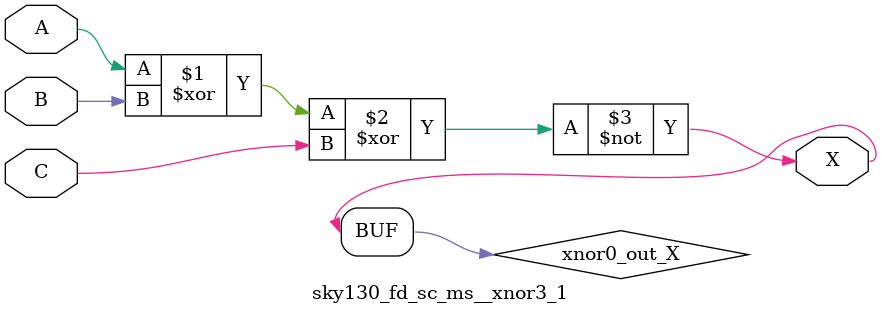
<source format=v>
/*
 * Copyright 2020 The SkyWater PDK Authors
 *
 * Licensed under the Apache License, Version 2.0 (the "License");
 * you may not use this file except in compliance with the License.
 * You may obtain a copy of the License at
 *
 *     https://www.apache.org/licenses/LICENSE-2.0
 *
 * Unless required by applicable law or agreed to in writing, software
 * distributed under the License is distributed on an "AS IS" BASIS,
 * WITHOUT WARRANTIES OR CONDITIONS OF ANY KIND, either express or implied.
 * See the License for the specific language governing permissions and
 * limitations under the License.
 *
 * SPDX-License-Identifier: Apache-2.0
*/


`ifndef SKY130_FD_SC_MS__XNOR3_1_FUNCTIONAL_V
`define SKY130_FD_SC_MS__XNOR3_1_FUNCTIONAL_V

/**
 * xnor3: 3-input exclusive NOR.
 *
 * Verilog simulation functional model.
 */

`timescale 1ns / 1ps
`default_nettype none

`celldefine
module sky130_fd_sc_ms__xnor3_1 (
    X,
    A,
    B,
    C
);

    // Module ports
    output X;
    input  A;
    input  B;
    input  C;

    // Local signals
    wire xnor0_out_X;

    //   Name   Output       Other arguments
    xnor xnor0 (xnor0_out_X, A, B, C        );
    buf  buf0  (X          , xnor0_out_X    );

endmodule
`endcelldefine

`default_nettype wire
`endif  // SKY130_FD_SC_MS__XNOR3_1_FUNCTIONAL_V

</source>
